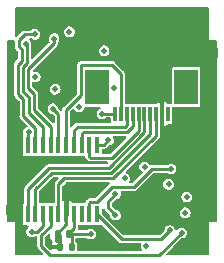
<source format=gbr>
%TF.GenerationSoftware,KiCad,Pcbnew,6.0.7-f9a2dced07~116~ubuntu20.04.1*%
%TF.CreationDate,2022-09-24T19:15:38+02:00*%
%TF.ProjectId,SRRReceiver,53525252-6563-4656-9976-65722e6b6963,rev?*%
%TF.SameCoordinates,Original*%
%TF.FileFunction,Copper,L4,Bot*%
%TF.FilePolarity,Positive*%
%FSLAX46Y46*%
G04 Gerber Fmt 4.6, Leading zero omitted, Abs format (unit mm)*
G04 Created by KiCad (PCBNEW 6.0.7-f9a2dced07~116~ubuntu20.04.1) date 2022-09-24 19:15:38*
%MOMM*%
%LPD*%
G01*
G04 APERTURE LIST*
G04 Aperture macros list*
%AMRoundRect*
0 Rectangle with rounded corners*
0 $1 Rounding radius*
0 $2 $3 $4 $5 $6 $7 $8 $9 X,Y pos of 4 corners*
0 Add a 4 corners polygon primitive as box body*
4,1,4,$2,$3,$4,$5,$6,$7,$8,$9,$2,$3,0*
0 Add four circle primitives for the rounded corners*
1,1,$1+$1,$2,$3*
1,1,$1+$1,$4,$5*
1,1,$1+$1,$6,$7*
1,1,$1+$1,$8,$9*
0 Add four rect primitives between the rounded corners*
20,1,$1+$1,$2,$3,$4,$5,0*
20,1,$1+$1,$4,$5,$6,$7,0*
20,1,$1+$1,$6,$7,$8,$9,0*
20,1,$1+$1,$8,$9,$2,$3,0*%
G04 Aperture macros list end*
%TA.AperFunction,ComponentPad*%
%ADD10R,0.500000X0.900000*%
%TD*%
%TA.AperFunction,SMDPad,CuDef*%
%ADD11R,0.300000X1.250000*%
%TD*%
%TA.AperFunction,SMDPad,CuDef*%
%ADD12R,2.000000X3.000000*%
%TD*%
%TA.AperFunction,SMDPad,CuDef*%
%ADD13RoundRect,0.140000X-0.140000X-0.170000X0.140000X-0.170000X0.140000X0.170000X-0.140000X0.170000X0*%
%TD*%
%TA.AperFunction,SMDPad,CuDef*%
%ADD14R,0.450000X1.475000*%
%TD*%
%TA.AperFunction,ViaPad*%
%ADD15C,0.500000*%
%TD*%
%TA.AperFunction,Conductor*%
%ADD16C,0.250000*%
%TD*%
G04 APERTURE END LIST*
D10*
%TO.P,AE2,2,Shield*%
%TO.N,GND*%
X133000000Y-82550000D03*
%TD*%
%TO.P,AE1,2,Shield*%
%TO.N,GND*%
X115600000Y-95900000D03*
%TD*%
D11*
%TO.P,J1,1,Pin_1*%
%TO.N,VDD*%
X124550000Y-87750000D03*
%TO.P,J1,2,Pin_2*%
%TO.N,I2C2_SCL*%
X125050000Y-87750000D03*
%TO.P,J1,3,Pin_3*%
%TO.N,I2C2_SDA*%
X125550000Y-87750000D03*
%TO.P,J1,4,Pin_4*%
%TO.N,SYS_SWDIO*%
X126050000Y-87750000D03*
%TO.P,J1,5,Pin_5*%
%TO.N,SYS_SWCLK*%
X126550000Y-87750000D03*
%TO.P,J1,6,Pin_6*%
%TO.N,USART2_RX*%
X127050000Y-87750000D03*
%TO.P,J1,7,Pin_7*%
%TO.N,USART2_TX*%
X127550000Y-87750000D03*
%TO.P,J1,8,Pin_8*%
%TO.N,NRST*%
X128050000Y-87750000D03*
%TO.P,J1,9,Pin_9*%
%TO.N,GND*%
X128550000Y-87750000D03*
%TO.P,J1,10,Pin_10*%
%TO.N,unconnected-(J1-Pad10)*%
X129050000Y-87750000D03*
D12*
%TO.P,J1,MP*%
%TO.N,N/C*%
X123010000Y-85430000D03*
X130590000Y-85430000D03*
%TD*%
D13*
%TO.P,C9,1*%
%TO.N,GND*%
X119920000Y-99000000D03*
%TO.P,C9,2*%
%TO.N,VDD*%
X120880000Y-99000000D03*
%TD*%
D14*
%TO.P,IC1,1,PB7/PB8*%
%TO.N,SPI2_MOSI*%
X123025000Y-96238000D03*
%TO.P,IC1,2,PB9/PC14-OSC32_IN*%
%TO.N,SPI2_NSS*%
X122375000Y-96238000D03*
%TO.P,IC1,3,PC15-OSC32_OUT*%
%TO.N,unconnected-(IC1-Pad3)*%
X121725000Y-96238000D03*
%TO.P,IC1,4,VDD/VDDA*%
%TO.N,VDD*%
X121075000Y-96238000D03*
%TO.P,IC1,5,VSS/VSSA*%
%TO.N,GND*%
X120425000Y-96238000D03*
%TO.P,IC1,6,NRST*%
%TO.N,NRST*%
X119775000Y-96238000D03*
%TO.P,IC1,7,PA0*%
%TO.N,SPI2_SCK*%
X119125000Y-96238000D03*
%TO.P,IC1,8,PA1*%
%TO.N,GD0_INT_2*%
X118475000Y-96238000D03*
%TO.P,IC1,9,PA2*%
%TO.N,USART2_TX*%
X117825000Y-96238000D03*
%TO.P,IC1,10,PA3*%
%TO.N,USART2_RX*%
X117175000Y-96238000D03*
%TO.P,IC1,11,PA4*%
%TO.N,GD0_INT_1*%
X117175000Y-90362000D03*
%TO.P,IC1,12,PA5*%
%TO.N,SPI1_SCK*%
X117825000Y-90362000D03*
%TO.P,IC1,13,PA6*%
%TO.N,SPI1_MISO*%
X118475000Y-90362000D03*
%TO.P,IC1,14,PA7*%
%TO.N,SPI1_MOSI*%
X119125000Y-90362000D03*
%TO.P,IC1,15,PB0/PB1/PB2/PA8*%
%TO.N,SPI1_NSS*%
X119775000Y-90362000D03*
%TO.P,IC1,16,PA11[PA9]*%
%TO.N,I2C2_SCL*%
X120425000Y-90362000D03*
%TO.P,IC1,17,PA12[PA10]*%
%TO.N,I2C2_SDA*%
X121075000Y-90362000D03*
%TO.P,IC1,18,PA13*%
%TO.N,SYS_SWDIO*%
X121725000Y-90362000D03*
%TO.P,IC1,19,PA15/PA14-BOOT0*%
%TO.N,SYS_SWCLK*%
X122375000Y-90362000D03*
%TO.P,IC1,20,PB3/PB4/PB5/PB6*%
%TO.N,SPI2_MISO*%
X123025000Y-90362000D03*
%TD*%
D13*
%TO.P,C8,1*%
%TO.N,GND*%
X119720000Y-97900000D03*
%TO.P,C8,2*%
%TO.N,VDD*%
X120680000Y-97900000D03*
%TD*%
D15*
%TO.N,GND*%
X121900000Y-88100000D03*
X130300000Y-79250000D03*
X120300000Y-83300000D03*
X130300000Y-99300000D03*
X127100000Y-96000000D03*
X130250000Y-80400000D03*
X116500000Y-98400000D03*
X128700000Y-85700000D03*
X126850000Y-80350000D03*
X116400000Y-92600000D03*
X118874500Y-98600000D03*
X132200000Y-87100000D03*
X125100000Y-79200000D03*
X124200000Y-90700000D03*
X128750000Y-81250000D03*
X116600000Y-79200000D03*
X126300000Y-79200000D03*
X117800000Y-92000000D03*
X116400000Y-91500000D03*
X116075500Y-82700000D03*
X131800000Y-94600000D03*
X121150000Y-83300000D03*
X125650000Y-85350000D03*
X127700000Y-79200000D03*
X118000000Y-79200000D03*
X119900000Y-79200000D03*
X116500000Y-97400000D03*
X131600000Y-81500000D03*
X125300000Y-97500000D03*
X127900000Y-85900000D03*
X121100000Y-84200000D03*
X116600000Y-89000000D03*
X116400000Y-90400000D03*
X129968767Y-92881233D03*
X122500000Y-93900000D03*
X131800000Y-91500000D03*
X128100000Y-96000000D03*
X118300000Y-86400000D03*
X131800000Y-90400000D03*
X131650000Y-79250000D03*
X131100000Y-89300000D03*
X116300000Y-94900000D03*
X132200000Y-86000000D03*
X131650000Y-80400000D03*
X117600000Y-99400000D03*
X116500000Y-99400000D03*
X132000000Y-99200000D03*
X128850000Y-82350000D03*
X116600000Y-80200000D03*
X130900000Y-97400000D03*
X117800000Y-80000000D03*
X122200000Y-79200000D03*
X116200000Y-86850000D03*
X119222082Y-93541804D03*
X120300000Y-84200000D03*
X118750000Y-94100000D03*
X127100000Y-95100000D03*
X130300000Y-91500000D03*
X131600000Y-82550000D03*
X128050000Y-81600000D03*
X132000000Y-98100000D03*
X121700000Y-98800000D03*
X131100000Y-88100000D03*
X129100000Y-79250000D03*
X127750000Y-80350000D03*
X117050000Y-92100000D03*
X123800000Y-79200000D03*
X127100000Y-91450000D03*
X128100000Y-95100000D03*
X120700000Y-93900000D03*
X131100000Y-98600000D03*
X125200000Y-82300000D03*
X121000000Y-79600000D03*
X129100000Y-90400000D03*
X129100000Y-80350000D03*
%TO.N,SPI2_MOSI*%
X129200000Y-97600000D03*
%TO.N,SPI2_NSS*%
X129300000Y-92400000D03*
%TO.N,VDD*%
X124475500Y-85550000D03*
X125400000Y-93200000D03*
X124600000Y-96300000D03*
X123450000Y-87750000D03*
X127200000Y-98924500D03*
X127068951Y-92198355D03*
X117800000Y-84600000D03*
X130635298Y-94764702D03*
X124600000Y-94500000D03*
X121522266Y-87122266D03*
X123637500Y-82387500D03*
X122500000Y-97900000D03*
X120700000Y-80778732D03*
%TO.N,SPI2_SCK*%
X130200000Y-97800000D03*
%TO.N,SPI1_SCK*%
X117775500Y-81000000D03*
%TO.N,SPI1_MISO*%
X117000000Y-81800000D03*
%TO.N,SPI1_NSS*%
X119300000Y-87300000D03*
%TO.N,SPI2_MISO*%
X130500000Y-96100000D03*
X124000000Y-89950000D03*
%TO.N,SPI1_MOSI*%
X119400000Y-81350000D03*
%TO.N,GD0_INT_2*%
X129100000Y-93700000D03*
X117500000Y-97700000D03*
%TO.N,GD0_INT_1*%
X117236803Y-89289456D03*
X119500000Y-85650000D03*
%TD*%
D16*
%TO.N,GND*%
X119720000Y-97800000D02*
X119920000Y-98000000D01*
X120425000Y-96238000D02*
X120425000Y-97075000D01*
X119720000Y-97780000D02*
X119720000Y-97900000D01*
X120425000Y-97075000D02*
X119720000Y-97780000D01*
X119920000Y-98000000D02*
X119920000Y-98900000D01*
%TO.N,SPI2_MOSI*%
X125137000Y-98350000D02*
X123025000Y-96238000D01*
X128450000Y-98350000D02*
X125137000Y-98350000D01*
X129200000Y-97600000D02*
X128450000Y-98350000D01*
%TO.N,SPI2_NSS*%
X127700000Y-92400000D02*
X126175000Y-93925000D01*
X122475000Y-95175500D02*
X122375000Y-95275500D01*
X124325000Y-93925000D02*
X123074500Y-95175500D01*
X122375000Y-95275500D02*
X122375000Y-96238000D01*
X126175000Y-93925000D02*
X124325000Y-93925000D01*
X123074500Y-95175500D02*
X122475000Y-95175500D01*
X129300000Y-92400000D02*
X127700000Y-92400000D01*
%TO.N,VDD*%
X124600000Y-96300000D02*
X123950000Y-95650000D01*
X120880000Y-98000000D02*
X120880000Y-98900000D01*
X121075000Y-97405000D02*
X120680000Y-97800000D01*
X123950000Y-95150000D02*
X124600000Y-94500000D01*
X123500000Y-87700000D02*
X124500000Y-87700000D01*
X123450000Y-87750000D02*
X123500000Y-87700000D01*
X121075000Y-96238000D02*
X121075000Y-97405000D01*
X120680000Y-97800000D02*
X120880000Y-98000000D01*
X120680000Y-97900000D02*
X122500000Y-97900000D01*
X123950000Y-95650000D02*
X123950000Y-95150000D01*
%TO.N,NRST*%
X120272792Y-93200000D02*
X124422361Y-93200000D01*
X124422361Y-93200000D02*
X128050000Y-89572361D01*
X128050000Y-89572361D02*
X128050000Y-87750000D01*
X119775000Y-93697792D02*
X120272792Y-93200000D01*
X119775000Y-96238000D02*
X119775000Y-93697792D01*
%TO.N,SPI2_SCK*%
X118300000Y-98025500D02*
X119125000Y-97200500D01*
X119075000Y-99675000D02*
X118300000Y-98900000D01*
X119125000Y-97200500D02*
X119125000Y-96238000D01*
X128325000Y-99675000D02*
X119075000Y-99675000D01*
X118300000Y-98900000D02*
X118300000Y-98025500D01*
X130200000Y-97800000D02*
X128325000Y-99675000D01*
%TO.N,USART2_TX*%
X127550000Y-89435965D02*
X127550000Y-87750000D01*
X117825000Y-96238000D02*
X117825000Y-94111396D01*
X117825000Y-94111396D02*
X119186396Y-92750000D01*
X119186396Y-92750000D02*
X124235965Y-92750000D01*
X124235965Y-92750000D02*
X127550000Y-89435965D01*
%TO.N,USART2_RX*%
X117175000Y-94125000D02*
X119000000Y-92300000D01*
X119000000Y-92300000D02*
X124049569Y-92300000D01*
X127050000Y-89299569D02*
X127050000Y-87750000D01*
X124049569Y-92300000D02*
X127050000Y-89299569D01*
X117175000Y-96238000D02*
X117175000Y-94125000D01*
%TO.N,SPI1_SCK*%
X117825000Y-90362000D02*
X117825000Y-88925000D01*
X116800000Y-87900000D02*
X116800000Y-86498431D01*
X116900000Y-81000000D02*
X117775500Y-81000000D01*
X116325000Y-83553130D02*
X116650000Y-83228130D01*
X116650000Y-83228130D02*
X116650000Y-82263173D01*
X116800000Y-86498431D02*
X116325000Y-86023431D01*
X116650000Y-82263173D02*
X116425000Y-82038173D01*
X117825000Y-88925000D02*
X116800000Y-87900000D01*
X116425000Y-82038173D02*
X116425000Y-81475000D01*
X116325000Y-86023431D02*
X116325000Y-83553130D01*
X116425000Y-81475000D02*
X116900000Y-81000000D01*
%TO.N,SPI1_MISO*%
X117250000Y-86312035D02*
X117250000Y-87650000D01*
X117100000Y-81900000D02*
X117100000Y-83414526D01*
X116775000Y-85837035D02*
X117250000Y-86312035D01*
X117100000Y-83414526D02*
X116775000Y-83739526D01*
X118475000Y-88875000D02*
X118475000Y-90362000D01*
X117000000Y-81800000D02*
X117100000Y-81900000D01*
X117250000Y-87650000D02*
X118475000Y-88875000D01*
X116775000Y-83739526D02*
X116775000Y-85837035D01*
%TO.N,SPI1_NSS*%
X119300000Y-87300000D02*
X119775000Y-87775000D01*
X119775000Y-87775000D02*
X119775000Y-90362000D01*
%TO.N,I2C2_SCL*%
X125050000Y-84320000D02*
X124335000Y-83605000D01*
X125050000Y-87750000D02*
X125050000Y-84320000D01*
X124335000Y-83605000D02*
X121685000Y-83605000D01*
X121685000Y-83605000D02*
X121685000Y-86115000D01*
X121685000Y-86115000D02*
X120425000Y-87375000D01*
X120425000Y-87375000D02*
X120425000Y-90362000D01*
%TO.N,I2C2_SDA*%
X125550000Y-88650000D02*
X125400000Y-88800000D01*
X125400000Y-88800000D02*
X121400000Y-88800000D01*
X121075000Y-89125000D02*
X121075000Y-90362000D01*
X125550000Y-87750000D02*
X125550000Y-88650000D01*
X121400000Y-88800000D02*
X121075000Y-89125000D01*
%TO.N,SYS_SWDIO*%
X125586396Y-89250000D02*
X126050000Y-88786396D01*
X121725000Y-89399500D02*
X121874500Y-89250000D01*
X121874500Y-89250000D02*
X125586396Y-89250000D01*
X121725000Y-90362000D02*
X121725000Y-89399500D01*
X126050000Y-88786396D02*
X126050000Y-87750000D01*
%TO.N,SYS_SWCLK*%
X122475000Y-91424500D02*
X124288673Y-91424500D01*
X122375000Y-91324500D02*
X122475000Y-91424500D01*
X122375000Y-90362000D02*
X122375000Y-91324500D01*
X126550000Y-89163173D02*
X126550000Y-87750000D01*
X124288673Y-91424500D02*
X126550000Y-89163173D01*
%TO.N,SPI2_MISO*%
X123588000Y-90362000D02*
X123025000Y-90362000D01*
X124000000Y-89950000D02*
X123588000Y-90362000D01*
%TO.N,SPI1_MOSI*%
X119125000Y-88825000D02*
X119125000Y-90362000D01*
X117225000Y-83925922D02*
X117225000Y-85575000D01*
X117700000Y-86050000D02*
X117700000Y-87400000D01*
X117225000Y-85575000D02*
X117700000Y-86050000D01*
X117700000Y-87400000D02*
X119125000Y-88825000D01*
X119400000Y-81750922D02*
X117225000Y-83925922D01*
X119400000Y-81350000D02*
X119400000Y-81750922D01*
%TO.N,GD0_INT_2*%
X117975500Y-97700000D02*
X117500000Y-97700000D01*
X118475000Y-96238000D02*
X118475000Y-97200500D01*
X118475000Y-97200500D02*
X117975500Y-97700000D01*
%TO.N,GD0_INT_1*%
X117175000Y-90362000D02*
X117175000Y-89351259D01*
X117175000Y-89351259D02*
X117236803Y-89289456D01*
%TD*%
%TA.AperFunction,Conductor*%
%TO.N,GND*%
G36*
X132458691Y-78719407D02*
G01*
X132494655Y-78768907D01*
X132499500Y-78799500D01*
X132499500Y-81432654D01*
X132508715Y-81445337D01*
X132509043Y-81446346D01*
X132509665Y-81447202D01*
X132514510Y-81462112D01*
X132527194Y-81471328D01*
X132527816Y-81472184D01*
X132528672Y-81472806D01*
X132537888Y-81485490D01*
X132552800Y-81490335D01*
X132553654Y-81490956D01*
X132554659Y-81491283D01*
X132567346Y-81500500D01*
X133101000Y-81500500D01*
X133159191Y-81519407D01*
X133195155Y-81568907D01*
X133200000Y-81599500D01*
X133200000Y-96800500D01*
X133181093Y-96858691D01*
X133131593Y-96894655D01*
X133101000Y-96899500D01*
X132567346Y-96899500D01*
X132554659Y-96908717D01*
X132553654Y-96909044D01*
X132552800Y-96909665D01*
X132537888Y-96914510D01*
X132528672Y-96927194D01*
X132527816Y-96927816D01*
X132527194Y-96928672D01*
X132514510Y-96937888D01*
X132509665Y-96952800D01*
X132509044Y-96953654D01*
X132508717Y-96954659D01*
X132499500Y-96967346D01*
X132499500Y-99600500D01*
X132480593Y-99658691D01*
X132431093Y-99694655D01*
X132400500Y-99699500D01*
X128999834Y-99699500D01*
X128941643Y-99680593D01*
X128905679Y-99631093D01*
X128905679Y-99569907D01*
X128929830Y-99530496D01*
X129485543Y-98974784D01*
X130179790Y-98280537D01*
X130234307Y-98252760D01*
X130245364Y-98251992D01*
X130249204Y-98251514D01*
X130256255Y-98251643D01*
X130263058Y-98249788D01*
X130263060Y-98249788D01*
X130334374Y-98230345D01*
X130380755Y-98217700D01*
X130490724Y-98150179D01*
X130507786Y-98131329D01*
X130572590Y-98059735D01*
X130572590Y-98059734D01*
X130577322Y-98054507D01*
X130633588Y-97938375D01*
X130652015Y-97828847D01*
X130654363Y-97814891D01*
X130654363Y-97814886D01*
X130654997Y-97811120D01*
X130655133Y-97800000D01*
X130636839Y-97672259D01*
X130598779Y-97588550D01*
X130586349Y-97561212D01*
X130586348Y-97561211D01*
X130583428Y-97554788D01*
X130515126Y-97475519D01*
X130503798Y-97462372D01*
X130503797Y-97462371D01*
X130499193Y-97457028D01*
X130493276Y-97453193D01*
X130493274Y-97453191D01*
X130396824Y-97390677D01*
X130390906Y-97386841D01*
X130384150Y-97384821D01*
X130384149Y-97384820D01*
X130341335Y-97372016D01*
X130267273Y-97349866D01*
X130190644Y-97349398D01*
X130145282Y-97349121D01*
X130138231Y-97349078D01*
X130131454Y-97351015D01*
X130131453Y-97351015D01*
X130020935Y-97382601D01*
X130020933Y-97382602D01*
X130014155Y-97384539D01*
X129905019Y-97453399D01*
X129879229Y-97482601D01*
X129824399Y-97544684D01*
X129820585Y-97549002D01*
X129820584Y-97549003D01*
X129820025Y-97549636D01*
X129819596Y-97550122D01*
X129819402Y-97549950D01*
X129774825Y-97585666D01*
X129713708Y-97588550D01*
X129662567Y-97554960D01*
X129641828Y-97507094D01*
X129637839Y-97479242D01*
X129636839Y-97472259D01*
X129583428Y-97354788D01*
X129514679Y-97275000D01*
X129503798Y-97262372D01*
X129503797Y-97262371D01*
X129499193Y-97257028D01*
X129493276Y-97253193D01*
X129493274Y-97253191D01*
X129411208Y-97200000D01*
X129390906Y-97186841D01*
X129384150Y-97184821D01*
X129384149Y-97184820D01*
X129322123Y-97166270D01*
X129267273Y-97149866D01*
X129190644Y-97149398D01*
X129145282Y-97149121D01*
X129138231Y-97149078D01*
X129131454Y-97151015D01*
X129131453Y-97151015D01*
X129020935Y-97182601D01*
X129020933Y-97182602D01*
X129014155Y-97184539D01*
X128905019Y-97253399D01*
X128819596Y-97350122D01*
X128764754Y-97466932D01*
X128750726Y-97557028D01*
X128749811Y-97562906D01*
X128721994Y-97617679D01*
X128532375Y-97807299D01*
X128344171Y-97995503D01*
X128289654Y-98023281D01*
X128274167Y-98024500D01*
X125312834Y-98024500D01*
X125254643Y-98005593D01*
X125242830Y-97995504D01*
X123479496Y-96232170D01*
X123451719Y-96177653D01*
X123450500Y-96162166D01*
X123450500Y-95801072D01*
X123469407Y-95742881D01*
X123518907Y-95706917D01*
X123580093Y-95706917D01*
X123629593Y-95742881D01*
X123638964Y-95760507D01*
X123639412Y-95763045D01*
X123643743Y-95770547D01*
X123645740Y-95776033D01*
X123648204Y-95781316D01*
X123650446Y-95789684D01*
X123671013Y-95819056D01*
X123672732Y-95821511D01*
X123677371Y-95828792D01*
X123696806Y-95862455D01*
X123723459Y-95884820D01*
X123726571Y-95887431D01*
X123732939Y-95893265D01*
X124122728Y-96283054D01*
X124150888Y-96340222D01*
X124161633Y-96422394D01*
X124164473Y-96428848D01*
X124164474Y-96428852D01*
X124201456Y-96512899D01*
X124213605Y-96540510D01*
X124255122Y-96589900D01*
X124292100Y-96633892D01*
X124292103Y-96633894D01*
X124296639Y-96639291D01*
X124404060Y-96710796D01*
X124410788Y-96712898D01*
X124410790Y-96712899D01*
X124465647Y-96730037D01*
X124527233Y-96749278D01*
X124591744Y-96750460D01*
X124649202Y-96751514D01*
X124649204Y-96751514D01*
X124656255Y-96751643D01*
X124663058Y-96749788D01*
X124663060Y-96749788D01*
X124704828Y-96738400D01*
X124780755Y-96717700D01*
X124890724Y-96650179D01*
X124977322Y-96554507D01*
X125033588Y-96438375D01*
X125054997Y-96311120D01*
X125055133Y-96300000D01*
X125036839Y-96172259D01*
X125001457Y-96094440D01*
X130044901Y-96094440D01*
X130045816Y-96101437D01*
X130045816Y-96101438D01*
X130047082Y-96111120D01*
X130061633Y-96222394D01*
X130064471Y-96228845D01*
X130064472Y-96228847D01*
X130095780Y-96300000D01*
X130113605Y-96340510D01*
X130138052Y-96369593D01*
X130192100Y-96433892D01*
X130192103Y-96433894D01*
X130196639Y-96439291D01*
X130304060Y-96510796D01*
X130310788Y-96512898D01*
X130310790Y-96512899D01*
X130365647Y-96530037D01*
X130427233Y-96549278D01*
X130491744Y-96550460D01*
X130549202Y-96551514D01*
X130549204Y-96551514D01*
X130556255Y-96551643D01*
X130563058Y-96549788D01*
X130563060Y-96549788D01*
X130620770Y-96534054D01*
X130680755Y-96517700D01*
X130790724Y-96450179D01*
X130800579Y-96439291D01*
X130872590Y-96359735D01*
X130872590Y-96359734D01*
X130877322Y-96354507D01*
X130933588Y-96238375D01*
X130954997Y-96111120D01*
X130955133Y-96100000D01*
X130936839Y-95972259D01*
X130918464Y-95931846D01*
X130886349Y-95861212D01*
X130886348Y-95861211D01*
X130883428Y-95854788D01*
X130815569Y-95776033D01*
X130803798Y-95762372D01*
X130803797Y-95762371D01*
X130799193Y-95757028D01*
X130793276Y-95753193D01*
X130793274Y-95753191D01*
X130696824Y-95690677D01*
X130690906Y-95686841D01*
X130684150Y-95684821D01*
X130684149Y-95684820D01*
X130641335Y-95672016D01*
X130567273Y-95649866D01*
X130490644Y-95649398D01*
X130445282Y-95649121D01*
X130438231Y-95649078D01*
X130431454Y-95651015D01*
X130431453Y-95651015D01*
X130320935Y-95682601D01*
X130320933Y-95682602D01*
X130314155Y-95684539D01*
X130205019Y-95753399D01*
X130119596Y-95850122D01*
X130064754Y-95966932D01*
X130044901Y-96094440D01*
X125001457Y-96094440D01*
X124983428Y-96054788D01*
X124918335Y-95979243D01*
X124903798Y-95962372D01*
X124903797Y-95962371D01*
X124899193Y-95957028D01*
X124893276Y-95953193D01*
X124893274Y-95953191D01*
X124796824Y-95890677D01*
X124790906Y-95886841D01*
X124784150Y-95884821D01*
X124784149Y-95884820D01*
X124727981Y-95868022D01*
X124667273Y-95849866D01*
X124657908Y-95849809D01*
X124650491Y-95849763D01*
X124592418Y-95830499D01*
X124581095Y-95820769D01*
X124304496Y-95544170D01*
X124276719Y-95489653D01*
X124275500Y-95474166D01*
X124275500Y-95325834D01*
X124294407Y-95267643D01*
X124304496Y-95255830D01*
X124579789Y-94980537D01*
X124634306Y-94952760D01*
X124645366Y-94951991D01*
X124649199Y-94951514D01*
X124656255Y-94951643D01*
X124663058Y-94949788D01*
X124663060Y-94949788D01*
X124704828Y-94938400D01*
X124780755Y-94917700D01*
X124890724Y-94850179D01*
X124968094Y-94764702D01*
X124972590Y-94759735D01*
X124972590Y-94759734D01*
X124973126Y-94759142D01*
X130180199Y-94759142D01*
X130181114Y-94766139D01*
X130181114Y-94766140D01*
X130182380Y-94775822D01*
X130196931Y-94887096D01*
X130199769Y-94893547D01*
X130199770Y-94893549D01*
X130246062Y-94998756D01*
X130248903Y-95005212D01*
X130290420Y-95054602D01*
X130327398Y-95098594D01*
X130327401Y-95098596D01*
X130331937Y-95103993D01*
X130439358Y-95175498D01*
X130446086Y-95177600D01*
X130446088Y-95177601D01*
X130500945Y-95194739D01*
X130562531Y-95213980D01*
X130627042Y-95215163D01*
X130684500Y-95216216D01*
X130684502Y-95216216D01*
X130691553Y-95216345D01*
X130698356Y-95214490D01*
X130698358Y-95214490D01*
X130748879Y-95200716D01*
X130816053Y-95182402D01*
X130926022Y-95114881D01*
X130958070Y-95079475D01*
X131007888Y-95024437D01*
X131007888Y-95024436D01*
X131012620Y-95019209D01*
X131060903Y-94919554D01*
X131065810Y-94909426D01*
X131065810Y-94909425D01*
X131068886Y-94903077D01*
X131090295Y-94775822D01*
X131090431Y-94764702D01*
X131072137Y-94636961D01*
X131018726Y-94519490D01*
X130934491Y-94421730D01*
X130928574Y-94417895D01*
X130928572Y-94417893D01*
X130832122Y-94355379D01*
X130826204Y-94351543D01*
X130819448Y-94349523D01*
X130819447Y-94349522D01*
X130776633Y-94336718D01*
X130702571Y-94314568D01*
X130625942Y-94314100D01*
X130580580Y-94313823D01*
X130573529Y-94313780D01*
X130566752Y-94315717D01*
X130566751Y-94315717D01*
X130456233Y-94347303D01*
X130456231Y-94347304D01*
X130449453Y-94349241D01*
X130340317Y-94418101D01*
X130254894Y-94514824D01*
X130200052Y-94631634D01*
X130180199Y-94759142D01*
X124973126Y-94759142D01*
X124977322Y-94754507D01*
X125033588Y-94638375D01*
X125052508Y-94525914D01*
X125054363Y-94514891D01*
X125054363Y-94514886D01*
X125054997Y-94511120D01*
X125055133Y-94500000D01*
X125036839Y-94372259D01*
X125037419Y-94372176D01*
X125039083Y-94316127D01*
X125076500Y-94267716D01*
X125132288Y-94250500D01*
X126156466Y-94250500D01*
X126165095Y-94250877D01*
X126203807Y-94254264D01*
X126241350Y-94244204D01*
X126249784Y-94242334D01*
X126279517Y-94237092D01*
X126279519Y-94237091D01*
X126288045Y-94235588D01*
X126295544Y-94231258D01*
X126301029Y-94229262D01*
X126306316Y-94226796D01*
X126314684Y-94224554D01*
X126346511Y-94202268D01*
X126353795Y-94197627D01*
X126387455Y-94178194D01*
X126412431Y-94148429D01*
X126418265Y-94142061D01*
X126865886Y-93694440D01*
X128644901Y-93694440D01*
X128645816Y-93701437D01*
X128645816Y-93701438D01*
X128646666Y-93707939D01*
X128661633Y-93822394D01*
X128664471Y-93828845D01*
X128664472Y-93828847D01*
X128710764Y-93934054D01*
X128713605Y-93940510D01*
X128751268Y-93985316D01*
X128792100Y-94033892D01*
X128792103Y-94033894D01*
X128796639Y-94039291D01*
X128904060Y-94110796D01*
X128910788Y-94112898D01*
X128910790Y-94112899D01*
X128965646Y-94130037D01*
X129027233Y-94149278D01*
X129091744Y-94150461D01*
X129149202Y-94151514D01*
X129149204Y-94151514D01*
X129156255Y-94151643D01*
X129163058Y-94149788D01*
X129163060Y-94149788D01*
X129204828Y-94138400D01*
X129280755Y-94117700D01*
X129390724Y-94050179D01*
X129405466Y-94033892D01*
X129472590Y-93959735D01*
X129472590Y-93959734D01*
X129477322Y-93954507D01*
X129533588Y-93838375D01*
X129544596Y-93772941D01*
X129554363Y-93714891D01*
X129554363Y-93714886D01*
X129554997Y-93711120D01*
X129555133Y-93700000D01*
X129536839Y-93572259D01*
X129512622Y-93518997D01*
X129486349Y-93461212D01*
X129486348Y-93461211D01*
X129483428Y-93454788D01*
X129399193Y-93357028D01*
X129393276Y-93353193D01*
X129393274Y-93353191D01*
X129296824Y-93290677D01*
X129290906Y-93286841D01*
X129284150Y-93284821D01*
X129284149Y-93284820D01*
X129220481Y-93265779D01*
X129167273Y-93249866D01*
X129090644Y-93249398D01*
X129045282Y-93249121D01*
X129038231Y-93249078D01*
X129031454Y-93251015D01*
X129031453Y-93251015D01*
X128920935Y-93282601D01*
X128920933Y-93282602D01*
X128914155Y-93284539D01*
X128805019Y-93353399D01*
X128719596Y-93450122D01*
X128664754Y-93566932D01*
X128644901Y-93694440D01*
X126865886Y-93694440D01*
X127805830Y-92754496D01*
X127860347Y-92726719D01*
X127875834Y-92725500D01*
X128945984Y-92725500D01*
X129000841Y-92742088D01*
X129104060Y-92810796D01*
X129110788Y-92812898D01*
X129110790Y-92812899D01*
X129165647Y-92830037D01*
X129227233Y-92849278D01*
X129291744Y-92850460D01*
X129349202Y-92851514D01*
X129349204Y-92851514D01*
X129356255Y-92851643D01*
X129363058Y-92849788D01*
X129363060Y-92849788D01*
X129404828Y-92838400D01*
X129480755Y-92817700D01*
X129590724Y-92750179D01*
X129677322Y-92654507D01*
X129733588Y-92538375D01*
X129749421Y-92444264D01*
X129754363Y-92414891D01*
X129754363Y-92414886D01*
X129754997Y-92411120D01*
X129755133Y-92400000D01*
X129736839Y-92272259D01*
X129683428Y-92154788D01*
X129613923Y-92074123D01*
X129603798Y-92062372D01*
X129603797Y-92062371D01*
X129599193Y-92057028D01*
X129593276Y-92053193D01*
X129593274Y-92053191D01*
X129506089Y-91996682D01*
X129490906Y-91986841D01*
X129484150Y-91984821D01*
X129484149Y-91984820D01*
X129399710Y-91959567D01*
X129367273Y-91949866D01*
X129290644Y-91949398D01*
X129245282Y-91949121D01*
X129238231Y-91949078D01*
X129231454Y-91951015D01*
X129231453Y-91951015D01*
X129120935Y-91982601D01*
X129120933Y-91982602D01*
X129114155Y-91984539D01*
X129008022Y-92051504D01*
X129008020Y-92051505D01*
X129005019Y-92053399D01*
X129004690Y-92052878D01*
X128952937Y-92074208D01*
X128945343Y-92074500D01*
X127718534Y-92074500D01*
X127709905Y-92074123D01*
X127679822Y-92071491D01*
X127671193Y-92070736D01*
X127662826Y-92072978D01*
X127633651Y-92080796D01*
X127625222Y-92082665D01*
X127595282Y-92087944D01*
X127534694Y-92079429D01*
X127487971Y-92031424D01*
X127455300Y-91959567D01*
X127455299Y-91959566D01*
X127452379Y-91953143D01*
X127368144Y-91855383D01*
X127362227Y-91851548D01*
X127362225Y-91851546D01*
X127265775Y-91789032D01*
X127259857Y-91785196D01*
X127253101Y-91783176D01*
X127253100Y-91783175D01*
X127205392Y-91768907D01*
X127136224Y-91748221D01*
X127059595Y-91747753D01*
X127014233Y-91747476D01*
X127007182Y-91747433D01*
X127000405Y-91749370D01*
X127000404Y-91749370D01*
X126889886Y-91780956D01*
X126889884Y-91780957D01*
X126883106Y-91782894D01*
X126773970Y-91851754D01*
X126688547Y-91948477D01*
X126633705Y-92065287D01*
X126613852Y-92192795D01*
X126630584Y-92320749D01*
X126633422Y-92327200D01*
X126633423Y-92327202D01*
X126670348Y-92411120D01*
X126682556Y-92438865D01*
X126724073Y-92488255D01*
X126761051Y-92532247D01*
X126761054Y-92532249D01*
X126765590Y-92537646D01*
X126866978Y-92605135D01*
X126904941Y-92653118D01*
X126907450Y-92714252D01*
X126882124Y-92757550D01*
X126069170Y-93570504D01*
X126014653Y-93598281D01*
X125999166Y-93599500D01*
X125864509Y-93599500D01*
X125806318Y-93580593D01*
X125770354Y-93531093D01*
X125770354Y-93469907D01*
X125777762Y-93454720D01*
X125777322Y-93454507D01*
X125830512Y-93344724D01*
X125830512Y-93344723D01*
X125833588Y-93338375D01*
X125848285Y-93251015D01*
X125854363Y-93214891D01*
X125854363Y-93214886D01*
X125854997Y-93211120D01*
X125855133Y-93200000D01*
X125836839Y-93072259D01*
X125783428Y-92954788D01*
X125699193Y-92857028D01*
X125693276Y-92853193D01*
X125693274Y-92853191D01*
X125596824Y-92790677D01*
X125590906Y-92786841D01*
X125584153Y-92784821D01*
X125584148Y-92784819D01*
X125522728Y-92766451D01*
X125472394Y-92731663D01*
X125452121Y-92673934D01*
X125469653Y-92615314D01*
X125481090Y-92601598D01*
X128267069Y-89815619D01*
X128273424Y-89809796D01*
X128303194Y-89784816D01*
X128322636Y-89751142D01*
X128327261Y-89743883D01*
X128344587Y-89719139D01*
X128344587Y-89719138D01*
X128349554Y-89712045D01*
X128351795Y-89703683D01*
X128354258Y-89698401D01*
X128356257Y-89692907D01*
X128360588Y-89685406D01*
X128367337Y-89647132D01*
X128369206Y-89638705D01*
X128377022Y-89609534D01*
X128377022Y-89609531D01*
X128379263Y-89601168D01*
X128375877Y-89562464D01*
X128375500Y-89553836D01*
X128375500Y-88832646D01*
X128394407Y-88774456D01*
X128400000Y-88766758D01*
X128400000Y-88399825D01*
X128400167Y-88396420D01*
X128400500Y-88394748D01*
X128699500Y-88394748D01*
X128699833Y-88396420D01*
X128700000Y-88399825D01*
X128700000Y-88759319D01*
X128704122Y-88772004D01*
X128708243Y-88774999D01*
X128727585Y-88774999D01*
X128735329Y-88774389D01*
X128817449Y-88761384D01*
X128832091Y-88756627D01*
X128931106Y-88706177D01*
X128943551Y-88697135D01*
X129022134Y-88618552D01*
X129023762Y-88616311D01*
X129026004Y-88614682D01*
X129027641Y-88613045D01*
X129027900Y-88613304D01*
X129073262Y-88580346D01*
X129103856Y-88575500D01*
X129219748Y-88575500D01*
X129245995Y-88570279D01*
X129268666Y-88565770D01*
X129268668Y-88565769D01*
X129278231Y-88563867D01*
X129344552Y-88519552D01*
X129388867Y-88453231D01*
X129400500Y-88394748D01*
X129400500Y-87217366D01*
X129419407Y-87159175D01*
X129468907Y-87123211D01*
X129518813Y-87120268D01*
X129570252Y-87130500D01*
X131609748Y-87130500D01*
X131635995Y-87125279D01*
X131658666Y-87120770D01*
X131658668Y-87120769D01*
X131668231Y-87118867D01*
X131734552Y-87074552D01*
X131778867Y-87008231D01*
X131790500Y-86949748D01*
X131790500Y-83910252D01*
X131778867Y-83851769D01*
X131734552Y-83785448D01*
X131668231Y-83741133D01*
X131658668Y-83739231D01*
X131658666Y-83739230D01*
X131635995Y-83734721D01*
X131609748Y-83729500D01*
X129570252Y-83729500D01*
X129544005Y-83734721D01*
X129521334Y-83739230D01*
X129521332Y-83739231D01*
X129511769Y-83741133D01*
X129445448Y-83785448D01*
X129401133Y-83851769D01*
X129389500Y-83910252D01*
X129389500Y-86837634D01*
X129370593Y-86895825D01*
X129321093Y-86931789D01*
X129271187Y-86934732D01*
X129219748Y-86924500D01*
X129103856Y-86924500D01*
X129045665Y-86905593D01*
X129023762Y-86883689D01*
X129022134Y-86881448D01*
X128943551Y-86802865D01*
X128931106Y-86793823D01*
X128832088Y-86743371D01*
X128817453Y-86738616D01*
X128735327Y-86725609D01*
X128727588Y-86725000D01*
X128715680Y-86725000D01*
X128702995Y-86729122D01*
X128700000Y-86733243D01*
X128700000Y-87100175D01*
X128699833Y-87103580D01*
X128699500Y-87105252D01*
X128699500Y-88394748D01*
X128400500Y-88394748D01*
X128400500Y-87105252D01*
X128400167Y-87103580D01*
X128400000Y-87100175D01*
X128400000Y-86740681D01*
X128395878Y-86727996D01*
X128391757Y-86725001D01*
X128372415Y-86725001D01*
X128364671Y-86725611D01*
X128282551Y-86738616D01*
X128267909Y-86743373D01*
X128168894Y-86793823D01*
X128156449Y-86802865D01*
X128077866Y-86881448D01*
X128076238Y-86883689D01*
X128073996Y-86885318D01*
X128072359Y-86886955D01*
X128072100Y-86886696D01*
X128026738Y-86919654D01*
X127996144Y-86924500D01*
X127880252Y-86924500D01*
X127821769Y-86936133D01*
X127821113Y-86932836D01*
X127778336Y-86936203D01*
X127778231Y-86936133D01*
X127719748Y-86924500D01*
X127380252Y-86924500D01*
X127321769Y-86936133D01*
X127321113Y-86932836D01*
X127278336Y-86936203D01*
X127278231Y-86936133D01*
X127219748Y-86924500D01*
X126880252Y-86924500D01*
X126821769Y-86936133D01*
X126821113Y-86932836D01*
X126778336Y-86936203D01*
X126778231Y-86936133D01*
X126719748Y-86924500D01*
X126380252Y-86924500D01*
X126321769Y-86936133D01*
X126321113Y-86932836D01*
X126278336Y-86936203D01*
X126278231Y-86936133D01*
X126219748Y-86924500D01*
X125880252Y-86924500D01*
X125821769Y-86936133D01*
X125821113Y-86932836D01*
X125778336Y-86936203D01*
X125778231Y-86936133D01*
X125719748Y-86924500D01*
X125474500Y-86924500D01*
X125416309Y-86905593D01*
X125380345Y-86856093D01*
X125375500Y-86825500D01*
X125375500Y-84338534D01*
X125375877Y-84329905D01*
X125378509Y-84299822D01*
X125379264Y-84291193D01*
X125369204Y-84253650D01*
X125367334Y-84245216D01*
X125362092Y-84215483D01*
X125362091Y-84215481D01*
X125360588Y-84206955D01*
X125356258Y-84199456D01*
X125354262Y-84193971D01*
X125351796Y-84188684D01*
X125349554Y-84180316D01*
X125328202Y-84149823D01*
X125327268Y-84148489D01*
X125322627Y-84141205D01*
X125307523Y-84115044D01*
X125303194Y-84107545D01*
X125273429Y-84082569D01*
X125267061Y-84076735D01*
X124578269Y-83387943D01*
X124572434Y-83381575D01*
X124547455Y-83351806D01*
X124513792Y-83332371D01*
X124506511Y-83327732D01*
X124501647Y-83324326D01*
X124474684Y-83305446D01*
X124466316Y-83303204D01*
X124461029Y-83300738D01*
X124455544Y-83298742D01*
X124448045Y-83294412D01*
X124439519Y-83292909D01*
X124439517Y-83292908D01*
X124409784Y-83287666D01*
X124401349Y-83285796D01*
X124372174Y-83277978D01*
X124363807Y-83275736D01*
X124355178Y-83276491D01*
X124325095Y-83279123D01*
X124316466Y-83279500D01*
X121627606Y-83279500D01*
X121608562Y-83286431D01*
X121591903Y-83290895D01*
X121571955Y-83294412D01*
X121564456Y-83298742D01*
X121564452Y-83298743D01*
X121554413Y-83304539D01*
X121538775Y-83311831D01*
X121527883Y-83315796D01*
X121527882Y-83315797D01*
X121519740Y-83318760D01*
X121504216Y-83331785D01*
X121490094Y-83341674D01*
X121472545Y-83351806D01*
X121466979Y-83358440D01*
X121466977Y-83358441D01*
X121459522Y-83367325D01*
X121447325Y-83379523D01*
X121431806Y-83392545D01*
X121427477Y-83400044D01*
X121427474Y-83400047D01*
X121421680Y-83410083D01*
X121411782Y-83424219D01*
X121404329Y-83433102D01*
X121398760Y-83439739D01*
X121391829Y-83458783D01*
X121384539Y-83474415D01*
X121374412Y-83491955D01*
X121372908Y-83500484D01*
X121370895Y-83511901D01*
X121366429Y-83528568D01*
X121359500Y-83547606D01*
X121359500Y-85939166D01*
X121340593Y-85997357D01*
X121330504Y-86009170D01*
X120207943Y-87131731D01*
X120201576Y-87137565D01*
X120171806Y-87162545D01*
X120162166Y-87179243D01*
X120152373Y-87196205D01*
X120147732Y-87203489D01*
X120125446Y-87235316D01*
X120123204Y-87243684D01*
X120120738Y-87248971D01*
X120118742Y-87254456D01*
X120114412Y-87261955D01*
X120112909Y-87270481D01*
X120112908Y-87270483D01*
X120107666Y-87300216D01*
X120105796Y-87308650D01*
X120095736Y-87346193D01*
X120096491Y-87354822D01*
X120099123Y-87384905D01*
X120099500Y-87393534D01*
X120099500Y-87400165D01*
X120080593Y-87458356D01*
X120031093Y-87494320D01*
X119969907Y-87494320D01*
X119930496Y-87470169D01*
X119777585Y-87317258D01*
X119749589Y-87261289D01*
X119746491Y-87239653D01*
X119736839Y-87172259D01*
X119683428Y-87054788D01*
X119599193Y-86957028D01*
X119593276Y-86953193D01*
X119593274Y-86953191D01*
X119496824Y-86890677D01*
X119490906Y-86886841D01*
X119484150Y-86884821D01*
X119484149Y-86884820D01*
X119441335Y-86872016D01*
X119367273Y-86849866D01*
X119290644Y-86849398D01*
X119245282Y-86849121D01*
X119238231Y-86849078D01*
X119231454Y-86851015D01*
X119231453Y-86851015D01*
X119120935Y-86882601D01*
X119120933Y-86882602D01*
X119114155Y-86884539D01*
X119005019Y-86953399D01*
X118919596Y-87050122D01*
X118864754Y-87166932D01*
X118844901Y-87294440D01*
X118845816Y-87301437D01*
X118845816Y-87301438D01*
X118849517Y-87329743D01*
X118861633Y-87422394D01*
X118864471Y-87428845D01*
X118864472Y-87428847D01*
X118908608Y-87529154D01*
X118913605Y-87540510D01*
X118941680Y-87573909D01*
X118992100Y-87633892D01*
X118992103Y-87633894D01*
X118996639Y-87639291D01*
X119104060Y-87710796D01*
X119110788Y-87712898D01*
X119110790Y-87712899D01*
X119160464Y-87728418D01*
X119227233Y-87749278D01*
X119250161Y-87749698D01*
X119307996Y-87769667D01*
X119318352Y-87778678D01*
X119420504Y-87880831D01*
X119448281Y-87935347D01*
X119449500Y-87950834D01*
X119449500Y-88450165D01*
X119430593Y-88508356D01*
X119381093Y-88544320D01*
X119319907Y-88544320D01*
X119280496Y-88520169D01*
X118054496Y-87294170D01*
X118026719Y-87239653D01*
X118025500Y-87224166D01*
X118025500Y-86068522D01*
X118025877Y-86059893D01*
X118028508Y-86029822D01*
X118029263Y-86021193D01*
X118019205Y-85983657D01*
X118017337Y-85975231D01*
X118015716Y-85966038D01*
X118010588Y-85936955D01*
X118006255Y-85929450D01*
X118004262Y-85923973D01*
X118001795Y-85918682D01*
X117999553Y-85910316D01*
X117977264Y-85878484D01*
X117972628Y-85871206D01*
X117957524Y-85845044D01*
X117957523Y-85845042D01*
X117953194Y-85837545D01*
X117923429Y-85812569D01*
X117917062Y-85806735D01*
X117754767Y-85644440D01*
X119044901Y-85644440D01*
X119045816Y-85651437D01*
X119045816Y-85651438D01*
X119047082Y-85661120D01*
X119061633Y-85772394D01*
X119064471Y-85778845D01*
X119064472Y-85778847D01*
X119110764Y-85884054D01*
X119113605Y-85890510D01*
X119130254Y-85910316D01*
X119192100Y-85983892D01*
X119192103Y-85983894D01*
X119196639Y-85989291D01*
X119304060Y-86060796D01*
X119310788Y-86062898D01*
X119310790Y-86062899D01*
X119345907Y-86073870D01*
X119427233Y-86099278D01*
X119491744Y-86100460D01*
X119549202Y-86101514D01*
X119549204Y-86101514D01*
X119556255Y-86101643D01*
X119563058Y-86099788D01*
X119563060Y-86099788D01*
X119604828Y-86088400D01*
X119680755Y-86067700D01*
X119790724Y-86000179D01*
X119800579Y-85989291D01*
X119872590Y-85909735D01*
X119872590Y-85909734D01*
X119877322Y-85904507D01*
X119933588Y-85788375D01*
X119954997Y-85661120D01*
X119955133Y-85650000D01*
X119936839Y-85522259D01*
X119883428Y-85404788D01*
X119799193Y-85307028D01*
X119793276Y-85303193D01*
X119793274Y-85303191D01*
X119696824Y-85240677D01*
X119690906Y-85236841D01*
X119684150Y-85234821D01*
X119684149Y-85234820D01*
X119641335Y-85222016D01*
X119567273Y-85199866D01*
X119490644Y-85199398D01*
X119445282Y-85199121D01*
X119438231Y-85199078D01*
X119431454Y-85201015D01*
X119431453Y-85201015D01*
X119320935Y-85232601D01*
X119320933Y-85232602D01*
X119314155Y-85234539D01*
X119205019Y-85303399D01*
X119119596Y-85400122D01*
X119064754Y-85516932D01*
X119044901Y-85644440D01*
X117754767Y-85644440D01*
X117579497Y-85469171D01*
X117551719Y-85414654D01*
X117550500Y-85399167D01*
X117550500Y-85128712D01*
X117569407Y-85070521D01*
X117618907Y-85034557D01*
X117679023Y-85034216D01*
X117727233Y-85049278D01*
X117791744Y-85050461D01*
X117849202Y-85051514D01*
X117849204Y-85051514D01*
X117856255Y-85051643D01*
X117863058Y-85049788D01*
X117863060Y-85049788D01*
X117918925Y-85034557D01*
X117980755Y-85017700D01*
X118090724Y-84950179D01*
X118177322Y-84854507D01*
X118233588Y-84738375D01*
X118254997Y-84611120D01*
X118255133Y-84600000D01*
X118236839Y-84472259D01*
X118183428Y-84354788D01*
X118099193Y-84257028D01*
X118093276Y-84253193D01*
X118093274Y-84253191D01*
X117996824Y-84190677D01*
X117990906Y-84186841D01*
X117984150Y-84184821D01*
X117984149Y-84184820D01*
X117941335Y-84172016D01*
X117867273Y-84149866D01*
X117790644Y-84149398D01*
X117745282Y-84149121D01*
X117738231Y-84149078D01*
X117731454Y-84151015D01*
X117731453Y-84151015D01*
X117719106Y-84154544D01*
X117657960Y-84152355D01*
X117609778Y-84114644D01*
X117592964Y-84055814D01*
X117613941Y-83998337D01*
X117621897Y-83989351D01*
X119229309Y-82381940D01*
X123182401Y-82381940D01*
X123183316Y-82388937D01*
X123183316Y-82388938D01*
X123184501Y-82397999D01*
X123199133Y-82509894D01*
X123201971Y-82516345D01*
X123201972Y-82516347D01*
X123208958Y-82532224D01*
X123251105Y-82628010D01*
X123292622Y-82677400D01*
X123329600Y-82721392D01*
X123329603Y-82721394D01*
X123334139Y-82726791D01*
X123441560Y-82798296D01*
X123448288Y-82800398D01*
X123448290Y-82800399D01*
X123503147Y-82817537D01*
X123564733Y-82836778D01*
X123629244Y-82837960D01*
X123686702Y-82839014D01*
X123686704Y-82839014D01*
X123693755Y-82839143D01*
X123700558Y-82837288D01*
X123700560Y-82837288D01*
X123742328Y-82825900D01*
X123818255Y-82805200D01*
X123928224Y-82737679D01*
X124014822Y-82642007D01*
X124071088Y-82525875D01*
X124082096Y-82460441D01*
X124091863Y-82402391D01*
X124091863Y-82402386D01*
X124092497Y-82398620D01*
X124092633Y-82387500D01*
X124074339Y-82259759D01*
X124030892Y-82164202D01*
X124023849Y-82148712D01*
X124023848Y-82148711D01*
X124020928Y-82142288D01*
X123936693Y-82044528D01*
X123930776Y-82040693D01*
X123930774Y-82040691D01*
X123834324Y-81978177D01*
X123828406Y-81974341D01*
X123821650Y-81972321D01*
X123821649Y-81972320D01*
X123763963Y-81955068D01*
X123704773Y-81937366D01*
X123628144Y-81936898D01*
X123582782Y-81936621D01*
X123575731Y-81936578D01*
X123568954Y-81938515D01*
X123568953Y-81938515D01*
X123458435Y-81970101D01*
X123458433Y-81970102D01*
X123451655Y-81972039D01*
X123342519Y-82040899D01*
X123257096Y-82137622D01*
X123202254Y-82254432D01*
X123182401Y-82381940D01*
X119229309Y-82381940D01*
X119617069Y-81994180D01*
X119623424Y-81988357D01*
X119653194Y-81963377D01*
X119657992Y-81955068D01*
X119672628Y-81929716D01*
X119677269Y-81922431D01*
X119694585Y-81897701D01*
X119699553Y-81890606D01*
X119701795Y-81882240D01*
X119704262Y-81876949D01*
X119706255Y-81871472D01*
X119710588Y-81863967D01*
X119717337Y-81825691D01*
X119719206Y-81817259D01*
X119723831Y-81800000D01*
X119729263Y-81779729D01*
X119725877Y-81741025D01*
X119725500Y-81732397D01*
X119725500Y-81699910D01*
X119744407Y-81641719D01*
X119751103Y-81633473D01*
X119772590Y-81609735D01*
X119772590Y-81609734D01*
X119777322Y-81604507D01*
X119825366Y-81505345D01*
X119830512Y-81494724D01*
X119830512Y-81494723D01*
X119833588Y-81488375D01*
X119854997Y-81361120D01*
X119855133Y-81350000D01*
X119836839Y-81222259D01*
X119818464Y-81181846D01*
X119786349Y-81111212D01*
X119786348Y-81111211D01*
X119783428Y-81104788D01*
X119705968Y-81014891D01*
X119703798Y-81012372D01*
X119703797Y-81012371D01*
X119699193Y-81007028D01*
X119693276Y-81003193D01*
X119693274Y-81003191D01*
X119596824Y-80940677D01*
X119590906Y-80936841D01*
X119584150Y-80934821D01*
X119584149Y-80934820D01*
X119541335Y-80922016D01*
X119467273Y-80899866D01*
X119390644Y-80899398D01*
X119345282Y-80899121D01*
X119338231Y-80899078D01*
X119331454Y-80901015D01*
X119331453Y-80901015D01*
X119220935Y-80932601D01*
X119220933Y-80932602D01*
X119214155Y-80934539D01*
X119105019Y-81003399D01*
X119019596Y-81100122D01*
X118964754Y-81216932D01*
X118944901Y-81344440D01*
X118945816Y-81351437D01*
X118945816Y-81351438D01*
X118947082Y-81361120D01*
X118961633Y-81472394D01*
X118964472Y-81478846D01*
X118964473Y-81478850D01*
X119012754Y-81588578D01*
X119018884Y-81649455D01*
X118992142Y-81698453D01*
X118251589Y-82439007D01*
X117594504Y-83096092D01*
X117539987Y-83123869D01*
X117479555Y-83114298D01*
X117436290Y-83071033D01*
X117425500Y-83026088D01*
X117425500Y-81975843D01*
X117430187Y-81945742D01*
X117430512Y-81944724D01*
X117433588Y-81938375D01*
X117452546Y-81825691D01*
X117454363Y-81814891D01*
X117454363Y-81814886D01*
X117454997Y-81811120D01*
X117455133Y-81800000D01*
X117436839Y-81672259D01*
X117399670Y-81590510D01*
X117386349Y-81561212D01*
X117386348Y-81561211D01*
X117383428Y-81554788D01*
X117326848Y-81489123D01*
X117303187Y-81432698D01*
X117317211Y-81373141D01*
X117363563Y-81333202D01*
X117401847Y-81325500D01*
X117421484Y-81325500D01*
X117476341Y-81342088D01*
X117579560Y-81410796D01*
X117586288Y-81412898D01*
X117586290Y-81412899D01*
X117641147Y-81430037D01*
X117702733Y-81449278D01*
X117767244Y-81450461D01*
X117824702Y-81451514D01*
X117824704Y-81451514D01*
X117831755Y-81451643D01*
X117838558Y-81449788D01*
X117838560Y-81449788D01*
X117880328Y-81438400D01*
X117956255Y-81417700D01*
X118066224Y-81350179D01*
X118112096Y-81299500D01*
X118148090Y-81259735D01*
X118148090Y-81259734D01*
X118152822Y-81254507D01*
X118209088Y-81138375D01*
X118226776Y-81033239D01*
X118229863Y-81014891D01*
X118229863Y-81014886D01*
X118230497Y-81011120D01*
X118230633Y-81000000D01*
X118212339Y-80872259D01*
X118170469Y-80780170D01*
X118167287Y-80773172D01*
X120244901Y-80773172D01*
X120245816Y-80780169D01*
X120245816Y-80780170D01*
X120247082Y-80789852D01*
X120261633Y-80901126D01*
X120264471Y-80907577D01*
X120264472Y-80907579D01*
X120308350Y-81007299D01*
X120313605Y-81019242D01*
X120355122Y-81068633D01*
X120392100Y-81112624D01*
X120392103Y-81112626D01*
X120396639Y-81118023D01*
X120504060Y-81189528D01*
X120510788Y-81191630D01*
X120510790Y-81191631D01*
X120565647Y-81208769D01*
X120627233Y-81228010D01*
X120691744Y-81229193D01*
X120749202Y-81230246D01*
X120749204Y-81230246D01*
X120756255Y-81230375D01*
X120763058Y-81228520D01*
X120763060Y-81228520D01*
X120809579Y-81215837D01*
X120880755Y-81196432D01*
X120990724Y-81128911D01*
X121077322Y-81033239D01*
X121133588Y-80917107D01*
X121154997Y-80789852D01*
X121155133Y-80778732D01*
X121136839Y-80650991D01*
X121105744Y-80582601D01*
X121086349Y-80539944D01*
X121086348Y-80539943D01*
X121083428Y-80533520D01*
X120999193Y-80435760D01*
X120993276Y-80431925D01*
X120993274Y-80431923D01*
X120896824Y-80369409D01*
X120890906Y-80365573D01*
X120884150Y-80363553D01*
X120884149Y-80363552D01*
X120841335Y-80350748D01*
X120767273Y-80328598D01*
X120690644Y-80328130D01*
X120645282Y-80327853D01*
X120638231Y-80327810D01*
X120631454Y-80329747D01*
X120631453Y-80329747D01*
X120520935Y-80361333D01*
X120520933Y-80361334D01*
X120514155Y-80363271D01*
X120405019Y-80432131D01*
X120319596Y-80528854D01*
X120264754Y-80645664D01*
X120244901Y-80773172D01*
X118167287Y-80773172D01*
X118161849Y-80761212D01*
X118161848Y-80761211D01*
X118158928Y-80754788D01*
X118101301Y-80687908D01*
X118079298Y-80662372D01*
X118079297Y-80662371D01*
X118074693Y-80657028D01*
X118068776Y-80653193D01*
X118068774Y-80653191D01*
X117972324Y-80590677D01*
X117966406Y-80586841D01*
X117959650Y-80584821D01*
X117959649Y-80584820D01*
X117916835Y-80572016D01*
X117842773Y-80549866D01*
X117766144Y-80549398D01*
X117720782Y-80549121D01*
X117713731Y-80549078D01*
X117706954Y-80551015D01*
X117706953Y-80551015D01*
X117596435Y-80582601D01*
X117596433Y-80582602D01*
X117589655Y-80584539D01*
X117483522Y-80651504D01*
X117483520Y-80651505D01*
X117480519Y-80653399D01*
X117480190Y-80652878D01*
X117428437Y-80674208D01*
X117420843Y-80674500D01*
X116918522Y-80674500D01*
X116909893Y-80674123D01*
X116879822Y-80671492D01*
X116871193Y-80670737D01*
X116833657Y-80680795D01*
X116825231Y-80682663D01*
X116816038Y-80684284D01*
X116786955Y-80689412D01*
X116779450Y-80693745D01*
X116773973Y-80695738D01*
X116768682Y-80698205D01*
X116760316Y-80700447D01*
X116728484Y-80722736D01*
X116721206Y-80727372D01*
X116695044Y-80742476D01*
X116695042Y-80742477D01*
X116687545Y-80746806D01*
X116675457Y-80761212D01*
X116662569Y-80776571D01*
X116656735Y-80782938D01*
X116432375Y-81007299D01*
X116269504Y-81170170D01*
X116214987Y-81197948D01*
X116154555Y-81188377D01*
X116111290Y-81145112D01*
X116100500Y-81100167D01*
X116100500Y-78799500D01*
X116119407Y-78741309D01*
X116168907Y-78705345D01*
X116199500Y-78700500D01*
X132400500Y-78700500D01*
X132458691Y-78719407D01*
G37*
%TD.AperFunction*%
%TA.AperFunction,Conductor*%
G36*
X116058691Y-81519407D02*
G01*
X116094655Y-81568907D01*
X116099500Y-81599500D01*
X116099500Y-82019639D01*
X116099123Y-82028268D01*
X116095736Y-82066980D01*
X116097978Y-82075347D01*
X116105796Y-82104522D01*
X116107666Y-82112957D01*
X116112015Y-82137622D01*
X116114412Y-82151218D01*
X116118742Y-82158717D01*
X116120738Y-82164202D01*
X116123204Y-82169489D01*
X116125446Y-82177857D01*
X116146013Y-82207229D01*
X116147732Y-82209684D01*
X116152371Y-82216965D01*
X116171806Y-82250628D01*
X116182688Y-82259759D01*
X116201571Y-82275604D01*
X116207939Y-82281438D01*
X116295504Y-82369003D01*
X116323281Y-82423520D01*
X116324500Y-82439007D01*
X116324500Y-83052296D01*
X116305593Y-83110487D01*
X116295504Y-83122299D01*
X116107949Y-83309855D01*
X116101581Y-83315691D01*
X116071806Y-83340675D01*
X116052373Y-83374335D01*
X116047732Y-83381619D01*
X116025446Y-83413446D01*
X116023204Y-83421814D01*
X116020738Y-83427101D01*
X116018742Y-83432586D01*
X116014412Y-83440085D01*
X116012909Y-83448611D01*
X116012908Y-83448613D01*
X116007666Y-83478346D01*
X116005796Y-83486780D01*
X115995736Y-83524323D01*
X115996491Y-83532952D01*
X115999123Y-83563035D01*
X115999500Y-83571664D01*
X115999500Y-86004897D01*
X115999123Y-86013526D01*
X115995736Y-86052238D01*
X115997978Y-86060605D01*
X116005796Y-86089780D01*
X116007666Y-86098214D01*
X116014412Y-86136476D01*
X116018742Y-86143975D01*
X116020738Y-86149460D01*
X116023204Y-86154747D01*
X116025446Y-86163115D01*
X116046013Y-86192487D01*
X116047732Y-86194942D01*
X116052371Y-86202223D01*
X116071806Y-86235886D01*
X116101576Y-86260866D01*
X116107944Y-86266701D01*
X116445504Y-86604262D01*
X116473281Y-86658778D01*
X116474500Y-86674265D01*
X116474500Y-87881466D01*
X116474123Y-87890095D01*
X116470736Y-87928807D01*
X116472978Y-87937174D01*
X116480796Y-87966349D01*
X116482666Y-87974784D01*
X116486391Y-87995909D01*
X116489412Y-88013045D01*
X116493742Y-88020544D01*
X116495738Y-88026029D01*
X116498204Y-88031316D01*
X116500446Y-88039684D01*
X116521013Y-88069056D01*
X116522732Y-88071511D01*
X116527371Y-88078792D01*
X116546806Y-88112455D01*
X116561161Y-88124500D01*
X116576571Y-88137431D01*
X116582939Y-88143265D01*
X117136313Y-88696639D01*
X117164090Y-88751156D01*
X117154519Y-88811588D01*
X117111254Y-88854853D01*
X117093515Y-88861831D01*
X117057743Y-88872055D01*
X117057738Y-88872057D01*
X117050958Y-88873995D01*
X116941822Y-88942855D01*
X116856399Y-89039578D01*
X116801557Y-89156388D01*
X116781704Y-89283896D01*
X116798436Y-89411850D01*
X116801275Y-89418303D01*
X116802413Y-89422378D01*
X116799851Y-89483510D01*
X116789375Y-89504002D01*
X116761133Y-89546269D01*
X116759231Y-89555832D01*
X116759230Y-89555834D01*
X116755319Y-89575500D01*
X116749500Y-89604752D01*
X116749500Y-91119248D01*
X116761133Y-91177731D01*
X116805448Y-91244052D01*
X116871769Y-91288367D01*
X116881332Y-91290269D01*
X116881334Y-91290270D01*
X116904005Y-91294779D01*
X116930252Y-91300000D01*
X117419748Y-91300000D01*
X117478231Y-91288367D01*
X117478887Y-91291664D01*
X117521664Y-91288297D01*
X117521769Y-91288367D01*
X117580252Y-91300000D01*
X118069748Y-91300000D01*
X118128231Y-91288367D01*
X118128887Y-91291664D01*
X118171664Y-91288297D01*
X118171769Y-91288367D01*
X118230252Y-91300000D01*
X118719748Y-91300000D01*
X118778231Y-91288367D01*
X118778887Y-91291664D01*
X118821664Y-91288297D01*
X118821769Y-91288367D01*
X118880252Y-91300000D01*
X119369748Y-91300000D01*
X119428231Y-91288367D01*
X119428887Y-91291664D01*
X119471664Y-91288297D01*
X119471769Y-91288367D01*
X119530252Y-91300000D01*
X120019748Y-91300000D01*
X120078231Y-91288367D01*
X120078887Y-91291664D01*
X120121664Y-91288297D01*
X120121769Y-91288367D01*
X120180252Y-91300000D01*
X120669748Y-91300000D01*
X120728231Y-91288367D01*
X120728887Y-91291664D01*
X120771664Y-91288297D01*
X120771769Y-91288367D01*
X120830252Y-91300000D01*
X121319748Y-91300000D01*
X121378231Y-91288367D01*
X121378887Y-91291664D01*
X121421664Y-91288297D01*
X121421769Y-91288367D01*
X121480252Y-91300000D01*
X121955488Y-91300000D01*
X122013679Y-91318907D01*
X122051114Y-91373376D01*
X122055797Y-91390852D01*
X122057666Y-91399283D01*
X122064412Y-91437545D01*
X122068742Y-91445044D01*
X122070738Y-91450529D01*
X122073204Y-91455816D01*
X122075446Y-91464184D01*
X122096013Y-91493556D01*
X122097732Y-91496011D01*
X122102371Y-91503292D01*
X122121806Y-91536955D01*
X122128444Y-91542525D01*
X122151569Y-91561930D01*
X122157936Y-91567763D01*
X122231741Y-91641568D01*
X122237575Y-91647936D01*
X122262545Y-91677694D01*
X122296219Y-91697136D01*
X122303475Y-91701759D01*
X122335316Y-91724054D01*
X122343678Y-91726295D01*
X122348960Y-91728758D01*
X122354454Y-91730757D01*
X122361955Y-91735088D01*
X122400228Y-91741837D01*
X122408656Y-91743706D01*
X122437827Y-91751522D01*
X122437830Y-91751522D01*
X122446193Y-91753763D01*
X122484896Y-91750377D01*
X122493525Y-91750000D01*
X123900235Y-91750000D01*
X123958426Y-91768907D01*
X123994390Y-91818407D01*
X123994390Y-91879593D01*
X123970239Y-91919004D01*
X123943739Y-91945504D01*
X123889222Y-91973281D01*
X123873735Y-91974500D01*
X119018534Y-91974500D01*
X119009905Y-91974123D01*
X118979822Y-91971491D01*
X118971193Y-91970736D01*
X118962826Y-91972978D01*
X118933651Y-91980796D01*
X118925216Y-91982666D01*
X118895483Y-91987908D01*
X118895481Y-91987909D01*
X118886955Y-91989412D01*
X118879456Y-91993742D01*
X118873971Y-91995738D01*
X118868684Y-91998204D01*
X118860316Y-92000446D01*
X118830944Y-92021013D01*
X118828489Y-92022732D01*
X118821208Y-92027371D01*
X118787545Y-92046806D01*
X118767568Y-92070614D01*
X118762569Y-92076571D01*
X118756735Y-92082939D01*
X116957943Y-93881731D01*
X116951576Y-93887565D01*
X116921806Y-93912545D01*
X116917477Y-93920044D01*
X116902373Y-93946205D01*
X116897732Y-93953489D01*
X116875446Y-93985316D01*
X116873204Y-93993684D01*
X116870738Y-93998971D01*
X116868742Y-94004456D01*
X116864412Y-94011955D01*
X116857673Y-94050179D01*
X116857666Y-94050216D01*
X116855796Y-94058650D01*
X116845736Y-94096193D01*
X116846491Y-94104822D01*
X116849123Y-94134905D01*
X116849500Y-94143534D01*
X116849500Y-95273597D01*
X116830593Y-95331788D01*
X116819375Y-95342562D01*
X116820450Y-95343637D01*
X116813558Y-95350529D01*
X116805448Y-95355948D01*
X116761133Y-95422269D01*
X116749500Y-95480752D01*
X116749500Y-96995248D01*
X116761133Y-97053731D01*
X116805448Y-97120052D01*
X116871769Y-97164367D01*
X116881332Y-97166269D01*
X116881334Y-97166270D01*
X116904005Y-97170779D01*
X116930252Y-97176000D01*
X117145930Y-97176000D01*
X117204121Y-97194907D01*
X117240085Y-97244407D01*
X117240085Y-97305593D01*
X117210320Y-97350054D01*
X117205019Y-97353399D01*
X117119596Y-97450122D01*
X117064754Y-97566932D01*
X117044901Y-97694440D01*
X117061633Y-97822394D01*
X117064471Y-97828845D01*
X117064472Y-97828847D01*
X117102332Y-97914891D01*
X117113605Y-97940510D01*
X117121733Y-97950179D01*
X117192100Y-98033892D01*
X117192103Y-98033894D01*
X117196639Y-98039291D01*
X117304060Y-98110796D01*
X117310788Y-98112898D01*
X117310790Y-98112899D01*
X117365647Y-98130037D01*
X117427233Y-98149278D01*
X117491744Y-98150460D01*
X117549202Y-98151514D01*
X117549204Y-98151514D01*
X117556255Y-98151643D01*
X117563058Y-98149788D01*
X117563060Y-98149788D01*
X117604828Y-98138400D01*
X117680755Y-98117700D01*
X117790724Y-98050179D01*
X117792968Y-98047700D01*
X117848234Y-98025706D01*
X117854624Y-98025500D01*
X117875500Y-98025500D01*
X117933691Y-98044407D01*
X117969655Y-98093907D01*
X117974500Y-98124500D01*
X117974500Y-98881466D01*
X117974123Y-98890095D01*
X117970736Y-98928807D01*
X117972978Y-98937174D01*
X117980796Y-98966349D01*
X117982666Y-98974783D01*
X117989412Y-99013045D01*
X117993742Y-99020544D01*
X117995738Y-99026029D01*
X117998204Y-99031316D01*
X118000446Y-99039684D01*
X118016685Y-99062875D01*
X118022732Y-99071511D01*
X118027371Y-99078792D01*
X118046806Y-99112455D01*
X118076571Y-99137431D01*
X118082939Y-99143265D01*
X118470170Y-99530496D01*
X118497947Y-99585013D01*
X118488376Y-99645445D01*
X118445111Y-99688710D01*
X118400166Y-99699500D01*
X116199500Y-99699500D01*
X116141309Y-99680593D01*
X116105345Y-99631093D01*
X116100500Y-99600500D01*
X116100500Y-96967346D01*
X116091283Y-96954659D01*
X116090956Y-96953654D01*
X116090335Y-96952800D01*
X116085490Y-96937888D01*
X116072806Y-96928672D01*
X116072184Y-96927816D01*
X116071328Y-96927194D01*
X116062112Y-96914510D01*
X116047200Y-96909665D01*
X116046346Y-96909044D01*
X116045341Y-96908717D01*
X116032654Y-96899500D01*
X115499000Y-96899500D01*
X115440809Y-96880593D01*
X115404845Y-96831093D01*
X115400000Y-96800500D01*
X115400000Y-81599500D01*
X115418907Y-81541309D01*
X115468407Y-81505345D01*
X115499000Y-81500500D01*
X116000500Y-81500500D01*
X116058691Y-81519407D01*
G37*
%TD.AperFunction*%
%TA.AperFunction,Conductor*%
G36*
X123474566Y-97148863D02*
G01*
X123483279Y-97156605D01*
X124893731Y-98567057D01*
X124899565Y-98573424D01*
X124924545Y-98603194D01*
X124958205Y-98622627D01*
X124965489Y-98627268D01*
X124997316Y-98649554D01*
X125005684Y-98651796D01*
X125010971Y-98654262D01*
X125016456Y-98656258D01*
X125023955Y-98660588D01*
X125032481Y-98662091D01*
X125032483Y-98662092D01*
X125062216Y-98667334D01*
X125070650Y-98669204D01*
X125108193Y-98679264D01*
X125116822Y-98678509D01*
X125146905Y-98675877D01*
X125155534Y-98675500D01*
X126667453Y-98675500D01*
X126725644Y-98694407D01*
X126761608Y-98743907D01*
X126762019Y-98791006D01*
X126764754Y-98791432D01*
X126744901Y-98918940D01*
X126745816Y-98925937D01*
X126745816Y-98925938D01*
X126747082Y-98935620D01*
X126761633Y-99046894D01*
X126764471Y-99053345D01*
X126764472Y-99053347D01*
X126790480Y-99112455D01*
X126813605Y-99165010D01*
X126818144Y-99170409D01*
X126818144Y-99170410D01*
X126831919Y-99186797D01*
X126854890Y-99243507D01*
X126840140Y-99302888D01*
X126793304Y-99342259D01*
X126756137Y-99349500D01*
X121455009Y-99349500D01*
X121396818Y-99330593D01*
X121360854Y-99281093D01*
X121356856Y-99237577D01*
X121359183Y-99219907D01*
X121360500Y-99209901D01*
X121360499Y-98790100D01*
X121359877Y-98785370D01*
X121354961Y-98748025D01*
X121354961Y-98748024D01*
X121353972Y-98740513D01*
X121316702Y-98660588D01*
X121306885Y-98639534D01*
X121306884Y-98639532D01*
X121303224Y-98631684D01*
X121234496Y-98562956D01*
X121206719Y-98508439D01*
X121205500Y-98492952D01*
X121205500Y-98324500D01*
X121224407Y-98266309D01*
X121273907Y-98230345D01*
X121304500Y-98225500D01*
X122145984Y-98225500D01*
X122200841Y-98242088D01*
X122304060Y-98310796D01*
X122310788Y-98312898D01*
X122310790Y-98312899D01*
X122365646Y-98330037D01*
X122427233Y-98349278D01*
X122491744Y-98350460D01*
X122549202Y-98351514D01*
X122549204Y-98351514D01*
X122556255Y-98351643D01*
X122563058Y-98349788D01*
X122563060Y-98349788D01*
X122604828Y-98338400D01*
X122680755Y-98317700D01*
X122790724Y-98250179D01*
X122813062Y-98225500D01*
X122872590Y-98159735D01*
X122872590Y-98159734D01*
X122877322Y-98154507D01*
X122933588Y-98038375D01*
X122954997Y-97911120D01*
X122955133Y-97900000D01*
X122936839Y-97772259D01*
X122883428Y-97654788D01*
X122813996Y-97574208D01*
X122803798Y-97562372D01*
X122803797Y-97562371D01*
X122799193Y-97557028D01*
X122793276Y-97553193D01*
X122793274Y-97553191D01*
X122696824Y-97490677D01*
X122690906Y-97486841D01*
X122684150Y-97484821D01*
X122684149Y-97484820D01*
X122609089Y-97462372D01*
X122567273Y-97449866D01*
X122490644Y-97449398D01*
X122445282Y-97449121D01*
X122438231Y-97449078D01*
X122431454Y-97451015D01*
X122431453Y-97451015D01*
X122320935Y-97482601D01*
X122320933Y-97482602D01*
X122314155Y-97484539D01*
X122208022Y-97551504D01*
X122208020Y-97551505D01*
X122205019Y-97553399D01*
X122204690Y-97552878D01*
X122152937Y-97574208D01*
X122145343Y-97574500D01*
X121495584Y-97574500D01*
X121437393Y-97555593D01*
X121401429Y-97506093D01*
X121399957Y-97449878D01*
X121402022Y-97442171D01*
X121404263Y-97433807D01*
X121400877Y-97395103D01*
X121400500Y-97386475D01*
X121400500Y-97275000D01*
X121419407Y-97216809D01*
X121468907Y-97180845D01*
X121499500Y-97176000D01*
X121969748Y-97176000D01*
X122028231Y-97164367D01*
X122028887Y-97167664D01*
X122071664Y-97164297D01*
X122071769Y-97164367D01*
X122130252Y-97176000D01*
X122619748Y-97176000D01*
X122678231Y-97164367D01*
X122678887Y-97167664D01*
X122721664Y-97164297D01*
X122721769Y-97164367D01*
X122780252Y-97176000D01*
X123269748Y-97176000D01*
X123295995Y-97170779D01*
X123318666Y-97166270D01*
X123318668Y-97166269D01*
X123328231Y-97164367D01*
X123336339Y-97158950D01*
X123336340Y-97158949D01*
X123358274Y-97144293D01*
X123417163Y-97127685D01*
X123474566Y-97148863D01*
G37*
%TD.AperFunction*%
%TA.AperFunction,Conductor*%
G36*
X118985945Y-97896624D02*
G01*
X119029210Y-97939889D01*
X119040000Y-97984834D01*
X119040000Y-98108966D01*
X119040359Y-98114920D01*
X119049893Y-98193705D01*
X119052999Y-98205933D01*
X119102637Y-98331305D01*
X119109201Y-98342955D01*
X119190490Y-98450050D01*
X119199955Y-98459515D01*
X119252292Y-98499241D01*
X119287212Y-98549483D01*
X119284485Y-98614541D01*
X119252999Y-98694067D01*
X119249893Y-98706295D01*
X119240359Y-98785080D01*
X119240341Y-98785370D01*
X119244122Y-98797005D01*
X119248243Y-98800000D01*
X120021000Y-98800000D01*
X120079191Y-98818907D01*
X120115155Y-98868407D01*
X120120000Y-98899000D01*
X120120000Y-99101000D01*
X120101093Y-99159191D01*
X120051593Y-99195155D01*
X120021000Y-99200000D01*
X119255680Y-99200000D01*
X119242994Y-99204122D01*
X119235994Y-99213757D01*
X119186495Y-99249721D01*
X119125309Y-99249722D01*
X119085897Y-99225571D01*
X118654496Y-98794170D01*
X118626719Y-98739653D01*
X118625500Y-98724166D01*
X118625500Y-98201333D01*
X118644407Y-98143142D01*
X118654497Y-98131329D01*
X118870997Y-97914830D01*
X118925513Y-97887053D01*
X118985945Y-97896624D01*
G37*
%TD.AperFunction*%
%TA.AperFunction,Conductor*%
G36*
X119879191Y-97718907D02*
G01*
X119915155Y-97768407D01*
X119920000Y-97799000D01*
X119920000Y-98551000D01*
X119901093Y-98609191D01*
X119851593Y-98645155D01*
X119821000Y-98650000D01*
X119619000Y-98650000D01*
X119560809Y-98631093D01*
X119524845Y-98581593D01*
X119520000Y-98551000D01*
X119520000Y-97799000D01*
X119538907Y-97740809D01*
X119588407Y-97704845D01*
X119619000Y-97700000D01*
X119821000Y-97700000D01*
X119879191Y-97718907D01*
G37*
%TD.AperFunction*%
%TA.AperFunction,Conductor*%
G36*
X124081195Y-93544407D02*
G01*
X124117159Y-93593907D01*
X124117159Y-93655093D01*
X124098843Y-93688135D01*
X124087570Y-93701570D01*
X124081735Y-93707939D01*
X122968670Y-94821004D01*
X122914153Y-94848781D01*
X122898666Y-94850000D01*
X122493523Y-94850000D01*
X122484894Y-94849623D01*
X122484884Y-94849622D01*
X122446193Y-94846237D01*
X122437830Y-94848478D01*
X122437827Y-94848478D01*
X122408656Y-94856294D01*
X122400229Y-94858163D01*
X122361955Y-94864912D01*
X122354454Y-94869243D01*
X122348960Y-94871242D01*
X122343678Y-94873705D01*
X122335316Y-94875946D01*
X122328223Y-94880913D01*
X122328222Y-94880913D01*
X122303478Y-94898239D01*
X122296219Y-94902864D01*
X122262545Y-94922306D01*
X122239485Y-94949788D01*
X122237568Y-94952072D01*
X122231734Y-94958439D01*
X122157940Y-95032233D01*
X122151573Y-95038067D01*
X122121806Y-95063045D01*
X122111097Y-95081594D01*
X122102373Y-95096705D01*
X122097732Y-95103989D01*
X122075446Y-95135816D01*
X122073204Y-95144184D01*
X122070738Y-95149471D01*
X122068742Y-95154956D01*
X122064412Y-95162455D01*
X122062909Y-95170981D01*
X122062908Y-95170983D01*
X122057666Y-95200716D01*
X122055798Y-95209143D01*
X122051114Y-95226624D01*
X122017791Y-95277937D01*
X121955488Y-95300000D01*
X121480252Y-95300000D01*
X121421769Y-95311633D01*
X121421113Y-95308336D01*
X121378336Y-95311703D01*
X121378231Y-95311633D01*
X121319748Y-95300000D01*
X121053856Y-95300000D01*
X120995665Y-95281093D01*
X120973762Y-95259189D01*
X120972134Y-95256948D01*
X120893551Y-95178365D01*
X120881106Y-95169323D01*
X120782088Y-95118871D01*
X120767453Y-95114116D01*
X120685327Y-95101109D01*
X120677588Y-95100500D01*
X120640680Y-95100500D01*
X120627995Y-95104622D01*
X120625000Y-95108743D01*
X120625000Y-96339000D01*
X120606093Y-96397191D01*
X120556593Y-96433155D01*
X120526000Y-96438000D01*
X120324000Y-96438000D01*
X120265809Y-96419093D01*
X120229845Y-96369593D01*
X120225000Y-96339000D01*
X120225000Y-95116181D01*
X120220878Y-95103496D01*
X120216757Y-95100501D01*
X120199500Y-95100501D01*
X120141309Y-95081594D01*
X120105345Y-95032094D01*
X120100500Y-95001501D01*
X120100500Y-93873625D01*
X120119407Y-93815434D01*
X120129497Y-93803621D01*
X120378623Y-93554496D01*
X120433139Y-93526719D01*
X120448626Y-93525500D01*
X124023004Y-93525500D01*
X124081195Y-93544407D01*
G37*
%TD.AperFunction*%
%TA.AperFunction,Conductor*%
G36*
X119756149Y-93094407D02*
G01*
X119792113Y-93143907D01*
X119792113Y-93205093D01*
X119767962Y-93244503D01*
X119557949Y-93454517D01*
X119551581Y-93460353D01*
X119521806Y-93485337D01*
X119502373Y-93518997D01*
X119497732Y-93526281D01*
X119475446Y-93558108D01*
X119473204Y-93566476D01*
X119470738Y-93571763D01*
X119468742Y-93577248D01*
X119464412Y-93584747D01*
X119462909Y-93593273D01*
X119462908Y-93593275D01*
X119457666Y-93623008D01*
X119455796Y-93631442D01*
X119445736Y-93668985D01*
X119446491Y-93677614D01*
X119449123Y-93707697D01*
X119449500Y-93716326D01*
X119449500Y-95201000D01*
X119430593Y-95259191D01*
X119381093Y-95295155D01*
X119350500Y-95300000D01*
X118880252Y-95300000D01*
X118821769Y-95311633D01*
X118821113Y-95308336D01*
X118778336Y-95311703D01*
X118778231Y-95311633D01*
X118719748Y-95300000D01*
X118249500Y-95300000D01*
X118191309Y-95281093D01*
X118155345Y-95231593D01*
X118150500Y-95201000D01*
X118150500Y-94287230D01*
X118169407Y-94229039D01*
X118179496Y-94217226D01*
X119292226Y-93104496D01*
X119346743Y-93076719D01*
X119362230Y-93075500D01*
X119697958Y-93075500D01*
X119756149Y-93094407D01*
G37*
%TD.AperFunction*%
%TA.AperFunction,Conductor*%
G36*
X125496530Y-89594407D02*
G01*
X125532494Y-89643907D01*
X125532494Y-89705093D01*
X125508343Y-89744504D01*
X124182843Y-91070004D01*
X124128326Y-91097781D01*
X124112839Y-91099000D01*
X123549500Y-91099000D01*
X123491309Y-91080093D01*
X123455345Y-91030593D01*
X123450500Y-91000000D01*
X123450500Y-90786500D01*
X123469407Y-90728309D01*
X123518907Y-90692345D01*
X123549500Y-90687500D01*
X123569466Y-90687500D01*
X123578095Y-90687877D01*
X123616807Y-90691264D01*
X123654350Y-90681204D01*
X123662784Y-90679334D01*
X123692517Y-90674092D01*
X123692519Y-90674091D01*
X123701045Y-90672588D01*
X123708544Y-90668258D01*
X123714029Y-90666262D01*
X123719316Y-90663796D01*
X123727684Y-90661554D01*
X123759511Y-90639268D01*
X123766795Y-90634627D01*
X123800455Y-90615194D01*
X123825431Y-90585429D01*
X123831265Y-90579061D01*
X123979789Y-90430537D01*
X124034306Y-90402760D01*
X124045366Y-90401991D01*
X124049199Y-90401514D01*
X124056255Y-90401643D01*
X124063058Y-90399788D01*
X124063060Y-90399788D01*
X124104828Y-90388400D01*
X124180755Y-90367700D01*
X124290724Y-90300179D01*
X124377322Y-90204507D01*
X124433588Y-90088375D01*
X124454997Y-89961120D01*
X124455133Y-89950000D01*
X124436839Y-89822259D01*
X124416404Y-89777315D01*
X124388288Y-89715476D01*
X124381415Y-89654678D01*
X124411590Y-89601451D01*
X124467289Y-89576127D01*
X124478410Y-89575500D01*
X125438339Y-89575500D01*
X125496530Y-89594407D01*
G37*
%TD.AperFunction*%
%TA.AperFunction,Conductor*%
G36*
X123329606Y-87149407D02*
G01*
X123365570Y-87198907D01*
X123365570Y-87260093D01*
X123329606Y-87309593D01*
X123298620Y-87324689D01*
X123270935Y-87332601D01*
X123270933Y-87332602D01*
X123264155Y-87334539D01*
X123155019Y-87403399D01*
X123069596Y-87500122D01*
X123014754Y-87616932D01*
X122994901Y-87744440D01*
X123011633Y-87872394D01*
X123014471Y-87878845D01*
X123014472Y-87878847D01*
X123046147Y-87950834D01*
X123063605Y-87990510D01*
X123093462Y-88026029D01*
X123142100Y-88083892D01*
X123142103Y-88083894D01*
X123146639Y-88089291D01*
X123254060Y-88160796D01*
X123260788Y-88162898D01*
X123260790Y-88162899D01*
X123315646Y-88180037D01*
X123377233Y-88199278D01*
X123441744Y-88200461D01*
X123499202Y-88201514D01*
X123499204Y-88201514D01*
X123506255Y-88201643D01*
X123513058Y-88199788D01*
X123513060Y-88199788D01*
X123554828Y-88188400D01*
X123630755Y-88167700D01*
X123740724Y-88100179D01*
X123766673Y-88071511D01*
X123778846Y-88058063D01*
X123831914Y-88027610D01*
X123852243Y-88025500D01*
X124100500Y-88025500D01*
X124158691Y-88044407D01*
X124194655Y-88093907D01*
X124199500Y-88124500D01*
X124199500Y-88375500D01*
X124180593Y-88433691D01*
X124131093Y-88469655D01*
X124100500Y-88474500D01*
X121418522Y-88474500D01*
X121409893Y-88474123D01*
X121379822Y-88471492D01*
X121371193Y-88470737D01*
X121333657Y-88480795D01*
X121325231Y-88482663D01*
X121316038Y-88484284D01*
X121286955Y-88489412D01*
X121279450Y-88493745D01*
X121273973Y-88495738D01*
X121268682Y-88498205D01*
X121260316Y-88500447D01*
X121228484Y-88522736D01*
X121221206Y-88527372D01*
X121195044Y-88542476D01*
X121195042Y-88542477D01*
X121187545Y-88546806D01*
X121173229Y-88563867D01*
X121162569Y-88576571D01*
X121156735Y-88582938D01*
X121027719Y-88711955D01*
X120919504Y-88820170D01*
X120864987Y-88847948D01*
X120804555Y-88838377D01*
X120761290Y-88795112D01*
X120750500Y-88750167D01*
X120750500Y-87550834D01*
X120769407Y-87492643D01*
X120779496Y-87480830D01*
X120960716Y-87299610D01*
X121015233Y-87271833D01*
X121075665Y-87281404D01*
X121121336Y-87329743D01*
X121135871Y-87362776D01*
X121161726Y-87393534D01*
X121214366Y-87456158D01*
X121214369Y-87456160D01*
X121218905Y-87461557D01*
X121326326Y-87533062D01*
X121333054Y-87535164D01*
X121333056Y-87535165D01*
X121387912Y-87552303D01*
X121449499Y-87571544D01*
X121514010Y-87572727D01*
X121571468Y-87573780D01*
X121571470Y-87573780D01*
X121578521Y-87573909D01*
X121585324Y-87572054D01*
X121585326Y-87572054D01*
X121627094Y-87560666D01*
X121703021Y-87539966D01*
X121812990Y-87472445D01*
X121878415Y-87400165D01*
X121894856Y-87382001D01*
X121894856Y-87382000D01*
X121899588Y-87376773D01*
X121948655Y-87275500D01*
X121952778Y-87266990D01*
X121952778Y-87266989D01*
X121955854Y-87260641D01*
X121957752Y-87249363D01*
X121963856Y-87213076D01*
X121992155Y-87158828D01*
X122046935Y-87131575D01*
X122061484Y-87130500D01*
X123271415Y-87130500D01*
X123329606Y-87149407D01*
G37*
%TD.AperFunction*%
%TD*%
M02*

</source>
